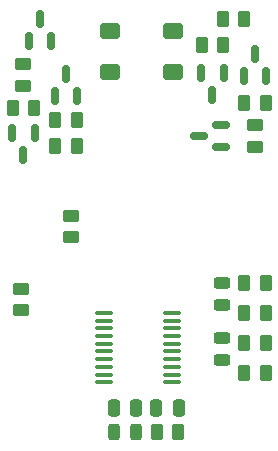
<source format=gbr>
G04 #@! TF.GenerationSoftware,KiCad,Pcbnew,(7.0.0)*
G04 #@! TF.CreationDate,2023-04-26T14:40:12+01:00*
G04 #@! TF.ProjectId,Tims_I2C_AI_DC_Motor_Driver 2P 2N,54696d73-5f49-4324-935f-41495f44435f,rev?*
G04 #@! TF.SameCoordinates,Original*
G04 #@! TF.FileFunction,Paste,Top*
G04 #@! TF.FilePolarity,Positive*
%FSLAX46Y46*%
G04 Gerber Fmt 4.6, Leading zero omitted, Abs format (unit mm)*
G04 Created by KiCad (PCBNEW (7.0.0)) date 2023-04-26 14:40:12*
%MOMM*%
%LPD*%
G01*
G04 APERTURE LIST*
G04 Aperture macros list*
%AMRoundRect*
0 Rectangle with rounded corners*
0 $1 Rounding radius*
0 $2 $3 $4 $5 $6 $7 $8 $9 X,Y pos of 4 corners*
0 Add a 4 corners polygon primitive as box body*
4,1,4,$2,$3,$4,$5,$6,$7,$8,$9,$2,$3,0*
0 Add four circle primitives for the rounded corners*
1,1,$1+$1,$2,$3*
1,1,$1+$1,$4,$5*
1,1,$1+$1,$6,$7*
1,1,$1+$1,$8,$9*
0 Add four rect primitives between the rounded corners*
20,1,$1+$1,$2,$3,$4,$5,0*
20,1,$1+$1,$4,$5,$6,$7,0*
20,1,$1+$1,$6,$7,$8,$9,0*
20,1,$1+$1,$8,$9,$2,$3,0*%
G04 Aperture macros list end*
%ADD10RoundRect,0.150000X0.150000X-0.587500X0.150000X0.587500X-0.150000X0.587500X-0.150000X-0.587500X0*%
%ADD11RoundRect,0.150000X-0.150000X0.587500X-0.150000X-0.587500X0.150000X-0.587500X0.150000X0.587500X0*%
%ADD12RoundRect,0.250000X0.450000X-0.262500X0.450000X0.262500X-0.450000X0.262500X-0.450000X-0.262500X0*%
%ADD13RoundRect,0.250000X-0.450000X0.262500X-0.450000X-0.262500X0.450000X-0.262500X0.450000X0.262500X0*%
%ADD14RoundRect,0.250000X-0.262500X-0.450000X0.262500X-0.450000X0.262500X0.450000X-0.262500X0.450000X0*%
%ADD15RoundRect,0.100000X-0.637500X-0.100000X0.637500X-0.100000X0.637500X0.100000X-0.637500X0.100000X0*%
%ADD16RoundRect,0.250000X0.262500X0.450000X-0.262500X0.450000X-0.262500X-0.450000X0.262500X-0.450000X0*%
%ADD17RoundRect,0.250000X0.250000X0.475000X-0.250000X0.475000X-0.250000X-0.475000X0.250000X-0.475000X0*%
%ADD18RoundRect,0.243750X0.243750X0.456250X-0.243750X0.456250X-0.243750X-0.456250X0.243750X-0.456250X0*%
%ADD19RoundRect,0.150000X0.587500X0.150000X-0.587500X0.150000X-0.587500X-0.150000X0.587500X-0.150000X0*%
%ADD20RoundRect,0.250000X0.600000X-0.400000X0.600000X0.400000X-0.600000X0.400000X-0.600000X-0.400000X0*%
%ADD21RoundRect,0.243750X-0.456250X0.243750X-0.456250X-0.243750X0.456250X-0.243750X0.456250X0.243750X0*%
%ADD22RoundRect,0.250000X-0.250000X-0.475000X0.250000X-0.475000X0.250000X0.475000X-0.250000X0.475000X0*%
G04 APERTURE END LIST*
D10*
X157211000Y-95937500D03*
X159111000Y-95937500D03*
X158161000Y-94062500D03*
D11*
X139511000Y-100725000D03*
X137611000Y-100725000D03*
X138561000Y-102600000D03*
D10*
X139011000Y-92937500D03*
X140911000Y-92937500D03*
X139961000Y-91062500D03*
D12*
X158161000Y-101912500D03*
X158161000Y-100087500D03*
D13*
X142561000Y-107723500D03*
X142561000Y-109548500D03*
D14*
X155448500Y-91036000D03*
X157273500Y-91036000D03*
X153648500Y-93311000D03*
X155473500Y-93311000D03*
X141248500Y-101836000D03*
X143073500Y-101836000D03*
D15*
X145376000Y-115971000D03*
X145376000Y-116621000D03*
X145376000Y-117271000D03*
X145376000Y-117921000D03*
X145376000Y-118571000D03*
X145376000Y-119221000D03*
X145376000Y-119871000D03*
X145376000Y-120521000D03*
X145376000Y-121171000D03*
X145376000Y-121821000D03*
X151101000Y-121821000D03*
X151101000Y-121171000D03*
X151101000Y-120521000D03*
X151101000Y-119871000D03*
X151101000Y-119221000D03*
X151101000Y-118571000D03*
X151101000Y-117921000D03*
X151101000Y-117271000D03*
X151101000Y-116621000D03*
X151101000Y-115971000D03*
D14*
X157248500Y-115956000D03*
X159073500Y-115956000D03*
D16*
X159073500Y-118496000D03*
X157248500Y-118496000D03*
D17*
X151711000Y-124036000D03*
X149811000Y-124036000D03*
D10*
X141211000Y-97583500D03*
X143111000Y-97583500D03*
X142161000Y-95708500D03*
D18*
X148098500Y-126036000D03*
X146223500Y-126036000D03*
D19*
X155298500Y-101950000D03*
X155298500Y-100050000D03*
X153423500Y-101000000D03*
D11*
X154561000Y-97533500D03*
X153611000Y-95658500D03*
X155511000Y-95658500D03*
D13*
X138561000Y-94887500D03*
X138561000Y-96712500D03*
D14*
X157248500Y-113436000D03*
X159073500Y-113436000D03*
D16*
X159073500Y-121036000D03*
X157248500Y-121036000D03*
D14*
X149848500Y-126036000D03*
X151673500Y-126036000D03*
D20*
X151261000Y-95586000D03*
X151261000Y-92086000D03*
D21*
X155361000Y-113398500D03*
X155361000Y-115273500D03*
D14*
X157248500Y-98200000D03*
X159073500Y-98200000D03*
D16*
X143073500Y-99636000D03*
X141248500Y-99636000D03*
D21*
X155361000Y-118098500D03*
X155361000Y-119973500D03*
D20*
X145861000Y-95586000D03*
X145861000Y-92086000D03*
D22*
X146211000Y-124036000D03*
X148111000Y-124036000D03*
D13*
X138361000Y-113923500D03*
X138361000Y-115748500D03*
D16*
X139473500Y-98636000D03*
X137648500Y-98636000D03*
M02*

</source>
